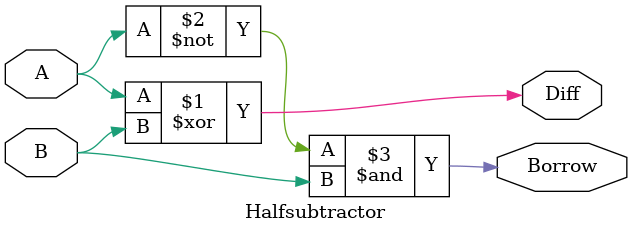
<source format=v>
`timescale 1ns / 1ps
module Halfsubtractor(
    input A,
    input B,
    output Diff,
    output Borrow
    );
assign Diff=A^B;
assign Borrow=~A&B;
endmodule

</source>
